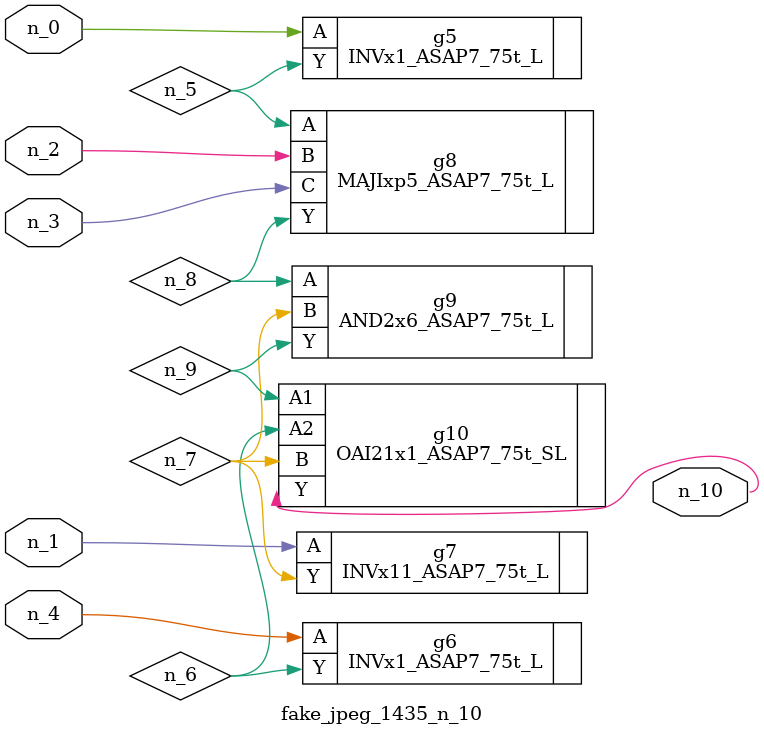
<source format=v>
module fake_jpeg_1435_n_10 (n_3, n_2, n_1, n_0, n_4, n_10);

input n_3;
input n_2;
input n_1;
input n_0;
input n_4;

output n_10;

wire n_8;
wire n_9;
wire n_6;
wire n_5;
wire n_7;

INVx1_ASAP7_75t_L g5 ( 
.A(n_0),
.Y(n_5)
);

INVx1_ASAP7_75t_L g6 ( 
.A(n_4),
.Y(n_6)
);

INVx11_ASAP7_75t_L g7 ( 
.A(n_1),
.Y(n_7)
);

MAJIxp5_ASAP7_75t_L g8 ( 
.A(n_5),
.B(n_2),
.C(n_3),
.Y(n_8)
);

AND2x6_ASAP7_75t_L g9 ( 
.A(n_8),
.B(n_7),
.Y(n_9)
);

OAI21x1_ASAP7_75t_SL g10 ( 
.A1(n_9),
.A2(n_6),
.B(n_7),
.Y(n_10)
);


endmodule
</source>
